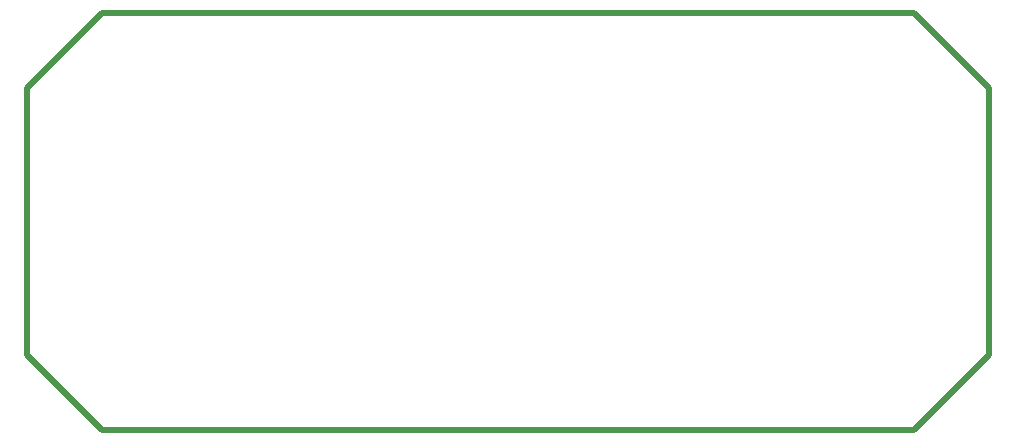
<source format=gbr>
G04 ( created by brdgerber.py ( brdgerber.py v0.1 2014-03-12 ) ) date 2021-04-12 03:08:55 EDT*
G04 Gerber Fmt 3.4, Leading zero omitted, Abs format*
%MOIN*%
%FSLAX34Y34*%
G01*
G70*
G90*
G04 APERTURE LIST*
%ADD25R,0.0472X0.0275*%
%ADD15C,0.0060*%
%ADD26C,0.0012*%
%ADD33R,0.0787X0.0177*%
%ADD13C,0.0050*%
%ADD18C,0.0550*%
%ADD30R,0.0945X0.1575*%
%ADD16C,0.0100*%
%ADD20C,0.0472*%
%ADD35R,0.0800X0.0600*%
%ADD12R,0.0866X0.0236*%
%ADD21R,0.0629X0.0709*%
%ADD34C,0.1500*%
%ADD38C,0.1200*%
%ADD24C,0.0160*%
%ADD14C,0.0080*%
%ADD19C,0.0120*%
%ADD36C,0.0471*%
%ADD29C,0.0059*%
%ADD32R,0.0177X0.0787*%
%ADD17R,0.0550X0.0550*%
%ADD39R,0.0600X0.0800*%
%ADD37R,0.0760X0.2100*%
%ADD22R,0.0260X0.0800*%
%ADD27R,0.0709X0.0629*%
%ADD28C,0.0000*%
%ADD11C,0.0200*%
%ADD23C,0.0020*%
%ADD10C,0.0400*%
%ADD31C,0.0047*%
G04 APERTURE END LIST*
G54D25*
D11*
G01X27000Y23150D02*
G01X27000Y14250D01*
D11*
G01X-02550Y25650D02*
G01X24500Y25650D01*
D11*
G01X-05050Y23150D02*
G01X-05050Y14250D01*
D11*
G01X-02550Y11750D02*
G01X24500Y11750D01*
D11*
G01X24500Y25650D02*
G01X27000Y23150D01*
D11*
G01X24500Y11750D02*
G01X27000Y14250D01*
D11*
G01X-05050Y14250D02*
G01X-02550Y11750D01*
D11*
G01X-05050Y23150D02*
G01X-02550Y25650D01*
M02*

</source>
